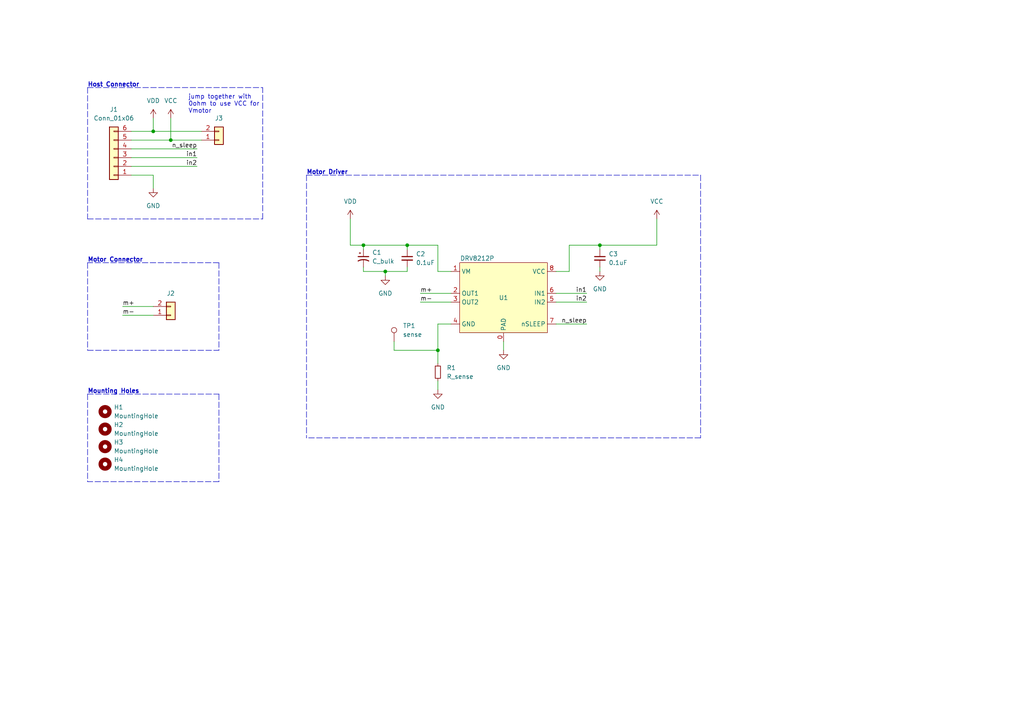
<source format=kicad_sch>
(kicad_sch (version 20211123) (generator eeschema)
  (paper "A4")
  (lib_symbols
    (symbol "Connector:TestPoint" (pin_numbers hide) (pin_names (offset 0.762) hide)
      (property "Reference" "TP" (at 0 6.858 0))
      (property "Value" "TestPoint" (at 0 5.08 0))
      (symbol "TestPoint_0_1"
        (circle (center 0 3.302) (radius 0.762))
      )
      (symbol "TestPoint_1_1"
        (pin passive line (at 0 0 90) (length 2.54) (name "1") (number "1"))
      )
    )
    (symbol "Connector_Generic:Conn_01x02" (pin_names (offset 1.016) hide)
      (property "Reference" "J" (at 0 2.54 0))
      (property "Value" "Conn_01x02" (at 0 -5.08 0))
      (symbol "Conn_01x02_1_1"
        (rectangle (start -1.27 -2.413) (end 0 -2.667) (stroke (width 0.1524)))
        (rectangle (start -1.27 0.127) (end 0 -0.127) (stroke (width 0.1524)))
        (rectangle (start -1.27 1.27) (end 1.27 -3.81) (stroke (width 0.254)) (fill (type background)))
        (pin passive line (at -5.08 0 0) (length 3.81) (name "Pin_1") (number "1"))
        (pin passive line (at -5.08 -2.54 0) (length 3.81) (name "Pin_2") (number "2"))
      )
    )
    (symbol "Connector_Generic:Conn_01x06" (pin_names (offset 1.016) hide)
      (property "Reference" "J" (at 0 7.62 0))
      (property "Value" "Conn_01x06" (at 0 -10.16 0))
      (symbol "Conn_01x06_1_1"
        (rectangle (start -1.27 -7.493) (end 0 -7.747) (stroke (width 0.1524)))
        (rectangle (start -1.27 -4.953) (end 0 -5.207) (stroke (width 0.1524)))
        (rectangle (start -1.27 -2.413) (end 0 -2.667) (stroke (width 0.1524)))
        (rectangle (start -1.27 0.127) (end 0 -0.127) (stroke (width 0.1524)))
        (rectangle (start -1.27 2.667) (end 0 2.413) (stroke (width 0.1524)))
        (rectangle (start -1.27 5.207) (end 0 4.953) (stroke (width 0.1524)))
        (rectangle (start -1.27 6.35) (end 1.27 -8.89) (stroke (width 0.254)) (fill (type background)))
        (pin passive line (at -5.08 5.08 0) (length 3.81) (name "Pin_1") (number "1"))
        (pin passive line (at -5.08 2.54 0) (length 3.81) (name "Pin_2") (number "2"))
        (pin passive line (at -5.08 0 0) (length 3.81) (name "Pin_3") (number "3"))
        (pin passive line (at -5.08 -2.54 0) (length 3.81) (name "Pin_4") (number "4"))
        (pin passive line (at -5.08 -5.08 0) (length 3.81) (name "Pin_5") (number "5"))
        (pin passive line (at -5.08 -7.62 0) (length 3.81) (name "Pin_6") (number "6"))
      )
    )
    (symbol "Device:C_Polarized_Small_US" (pin_numbers hide) (pin_names (offset 0.254) hide)
      (property "Reference" "C" (at 0.254 1.778 0))
      (property "Value" "C_Polarized_Small_US" (at 0.254 -2.032 0))
      (symbol "C_Polarized_Small_US_0_1"
        (polyline (pts (xy -1.524 0.508) (xy 1.524 0.508)) (stroke (width 0.3048)))
        (polyline (pts (xy -1.27 1.524) (xy -0.762 1.524)))
        (polyline (pts (xy -1.016 1.27) (xy -1.016 1.778)))
        (arc (start 1.524 -0.762) (mid 0 -0.3734) (end -1.524 -0.762) (stroke (width 0.3048)))
      )
      (symbol "C_Polarized_Small_US_1_1"
        (pin passive line (at 0 2.54 270) (length 2.032) (name "~") (number "1"))
        (pin passive line (at 0 -2.54 90) (length 2.032) (name "~") (number "2"))
      )
    )
    (symbol "Device:C_Small" (pin_numbers hide) (pin_names (offset 0.254) hide)
      (property "Reference" "C" (at 0.254 1.778 0))
      (property "Value" "C_Small" (at 0.254 -2.032 0))
      (symbol "C_Small_0_1"
        (polyline (pts (xy -1.524 -0.508) (xy 1.524 -0.508)) (stroke (width 0.3302)))
        (polyline (pts (xy -1.524 0.508) (xy 1.524 0.508)) (stroke (width 0.3048)))
      )
      (symbol "C_Small_1_1"
        (pin passive line (at 0 2.54 270) (length 2.032) (name "~") (number "1"))
        (pin passive line (at 0 -2.54 90) (length 2.032) (name "~") (number "2"))
      )
    )
    (symbol "Device:R_Small" (pin_numbers hide) (pin_names (offset 0.254) hide)
      (property "Reference" "R" (at 0.762 0.508 0))
      (property "Value" "R_Small" (at 0.762 -1.016 0))
      (symbol "R_Small_0_1"
        (rectangle (start -0.762 1.778) (end 0.762 -1.778) (stroke (width 0.2032)))
      )
      (symbol "R_Small_1_1"
        (pin passive line (at 0 2.54 270) (length 0.762) (name "~") (number "1"))
        (pin passive line (at 0 -2.54 90) (length 0.762) (name "~") (number "2"))
      )
    )
    (symbol "Mechanical:MountingHole" (pin_names (offset 1.016))
      (property "Reference" "H" (at 0 5.08 0))
      (property "Value" "MountingHole" (at 0 3.175 0))
      (symbol "MountingHole_0_1"
        (circle (center 0 0) (radius 1.27) (stroke (width 1.27)))
      )
    )
    (symbol "drv8212p_eval:DRV8212P"
      (property "Reference" "U" (at 12.7 -8.89 0))
      (property "Value" "DRV8212P" (at 12.7 -6.35 0))
      (symbol "DRV8212P_0_1"
        (rectangle (start 0 0) (end 25.4 -20.32) (fill (type background)))
      )
      (symbol "DRV8212P_1_1"
        (pin power_in line (at 12.7 -22.86 90) (length 2.54) (name "PAD") (number "0"))
        (pin power_in line (at -2.54 -2.54 0) (length 2.54) (name "VM") (number "1"))
        (pin power_out line (at -2.54 -8.89 0) (length 2.54) (name "OUT1") (number "2"))
        (pin power_out line (at -2.54 -11.43 0) (length 2.54) (name "OUT2") (number "3"))
        (pin power_in line (at -2.54 -17.78 0) (length 2.54) (name "GND") (number "4"))
        (pin input line (at 27.94 -11.43 180) (length 2.54) (name "IN2") (number "5"))
        (pin input line (at 27.94 -8.89 180) (length 2.54) (name "IN1") (number "6"))
        (pin input line (at 27.94 -17.78 180) (length 2.54) (name "nSLEEP") (number "7"))
        (pin power_in line (at 27.94 -2.54 180) (length 2.54) (name "VCC") (number "8"))
      )
    )
    (symbol "power:GND" (power) (pin_names (offset 0))
      (property "Value" "GND" (at 0 -3.81 0))
      (symbol "GND_0_1"
        (polyline (pts (xy 0 0) (xy 0 -1.27) (xy 1.27 -1.27) (xy 0 -2.54) (xy -1.27 -1.27) (xy 0 -1.27)))
      )
      (symbol "GND_1_1"
        (pin power_in line (at 0 0 270) (length 0) hide (name "GND") (number "1"))
      )
    )
    (symbol "power:VCC" (power) (pin_names (offset 0))
      (property "Value" "VCC" (at 0 3.81 0))
      (symbol "VCC_0_1"
        (polyline (pts (xy -0.762 1.27) (xy 0 2.54)))
        (polyline (pts (xy 0 0) (xy 0 2.54)))
        (polyline (pts (xy 0 2.54) (xy 0.762 1.27)))
      )
      (symbol "VCC_1_1"
        (pin power_in line (at 0 0 90) (length 0) hide (name "VCC") (number "1"))
      )
    )
    (symbol "power:VDD" (power) (pin_names (offset 0))
      (property "Value" "VDD" (at 0 3.81 0))
      (symbol "VDD_0_1"
        (polyline (pts (xy -0.762 1.27) (xy 0 2.54)))
        (polyline (pts (xy 0 0) (xy 0 2.54)))
        (polyline (pts (xy 0 2.54) (xy 0.762 1.27)))
      )
      (symbol "VDD_1_1"
        (pin power_in line (at 0 0 90) (length 0) hide (name "VDD") (number "1"))
      )
    )
  )
  (junction (at 49.53 40.64))
  (junction (at 111.76 78.74))
  (junction (at 118.11 71.12))
  (junction (at 127 101.6))
  (junction (at 44.45 38.1))
  (junction (at 105.41 71.12))
  (junction (at 173.99 71.12))
  (wire (pts (xy 161.29 93.98) (xy 170.18 93.98)))
  (wire (pts (xy 101.6 71.12) (xy 105.41 71.12)))
  (wire (pts (xy 105.41 71.12) (xy 118.11 71.12)))
  (wire (pts (xy 190.5 71.12) (xy 173.99 71.12)))
  (wire (pts (xy 190.5 63.5) (xy 190.5 71.12)))
  (wire (pts (xy 121.92 87.63) (xy 130.81 87.63)))
  (wire (pts (xy 44.45 38.1) (xy 58.42 38.1)))
  (polyline (pts (xy 25.4 76.2) (xy 25.4 101.6)))
  (wire (pts (xy 161.29 87.63) (xy 170.18 87.63)))
  (wire (pts (xy 114.3 99.06) (xy 114.3 101.6)))
  (wire (pts (xy 165.1 78.74) (xy 165.1 71.12)))
  (wire (pts (xy 127 110.49) (xy 127 113.03)))
  (wire (pts (xy 105.41 72.39) (xy 105.41 71.12)))
  (wire (pts (xy 38.1 48.26) (xy 57.15 48.26)))
  (wire (pts (xy 49.53 34.29) (xy 49.53 40.64)))
  (wire (pts (xy 44.45 38.1) (xy 44.45 34.29)))
  (wire (pts (xy 146.05 99.06) (xy 146.05 101.6)))
  (wire (pts (xy 165.1 71.12) (xy 173.99 71.12)))
  (polyline (pts (xy 25.4 114.3) (xy 63.5 114.3)))
  (wire (pts (xy 38.1 45.72) (xy 57.15 45.72)))
  (polyline (pts (xy 88.9 50.8) (xy 203.2 50.8)))
  (polyline (pts (xy 63.5 114.3) (xy 63.5 139.7)))
  (wire (pts (xy 35.56 88.9) (xy 44.45 88.9)))
  (polyline (pts (xy 88.9 50.8) (xy 88.9 127)))
  (wire (pts (xy 49.53 40.64) (xy 58.42 40.64)))
  (wire (pts (xy 161.29 85.09) (xy 170.18 85.09)))
  (polyline (pts (xy 203.2 127) (xy 88.9 127)))
  (wire (pts (xy 173.99 71.12) (xy 173.99 72.39)))
  (wire (pts (xy 121.92 85.09) (xy 130.81 85.09)))
  (wire (pts (xy 118.11 78.74) (xy 118.11 77.47)))
  (wire (pts (xy 130.81 78.74) (xy 127 78.74)))
  (wire (pts (xy 38.1 38.1) (xy 44.45 38.1)))
  (polyline (pts (xy 63.5 76.2) (xy 25.4 76.2)))
  (wire (pts (xy 161.29 78.74) (xy 165.1 78.74)))
  (wire (pts (xy 38.1 40.64) (xy 49.53 40.64)))
  (polyline (pts (xy 63.5 76.2) (xy 63.5 101.6)))
  (polyline (pts (xy 25.4 114.3) (xy 25.4 139.7)))
  (wire (pts (xy 105.41 78.74) (xy 111.76 78.74)))
  (wire (pts (xy 38.1 43.18) (xy 57.15 43.18)))
  (wire (pts (xy 127 78.74) (xy 127 71.12)))
  (polyline (pts (xy 25.4 63.5) (xy 76.2 63.5)))
  (wire (pts (xy 35.56 91.44) (xy 44.45 91.44)))
  (polyline (pts (xy 63.5 139.7) (xy 25.4 139.7)))
  (wire (pts (xy 101.6 63.5) (xy 101.6 71.12)))
  (wire (pts (xy 130.81 93.98) (xy 127 93.98)))
  (wire (pts (xy 173.99 77.47) (xy 173.99 78.74)))
  (wire (pts (xy 127 93.98) (xy 127 101.6)))
  (polyline (pts (xy 25.4 25.4) (xy 76.2 25.4)))
  (wire (pts (xy 114.3 101.6) (xy 127 101.6)))
  (wire (pts (xy 105.41 78.74) (xy 105.41 77.47)))
  (polyline (pts (xy 76.2 63.5) (xy 76.2 25.4)))
  (wire (pts (xy 44.45 50.8) (xy 44.45 54.61)))
  (polyline (pts (xy 25.4 101.6) (xy 63.5 101.6)))
  (wire (pts (xy 111.76 80.01) (xy 111.76 78.74)))
  (wire (pts (xy 118.11 72.39) (xy 118.11 71.12)))
  (polyline (pts (xy 25.4 25.4) (xy 25.4 63.5)))
  (wire (pts (xy 111.76 78.74) (xy 118.11 78.74)))
  (polyline (pts (xy 203.2 50.8) (xy 203.2 127)))
  (wire (pts (xy 118.11 71.12) (xy 127 71.12)))
  (wire (pts (xy 127 101.6) (xy 127 105.41)))
  (wire (pts (xy 38.1 50.8) (xy 44.45 50.8)))
  (text "Motor Driver" (at 88.9 50.8 0) (effects (font (size 1.27 1.27) (thickness 0.254) bold) (justify left bottom)))
  (text "Motor Connector" (at 25.4 76.2 0) (effects (font (size 1.27 1.27) (thickness 0.254) bold) (justify left bottom)))
  (text "Host Connector" (at 25.4 25.4 0) (effects (font (size 1.27 1.27) (thickness 0.254) bold) (justify left bottom)))
  (text "jump together with\n0ohm to use VCC for\nVmotor" (at 54.61 33.02 0) (effects (font (size 1.27 1.27)) (justify left bottom)))
  (text "Mounting Holes" (at 25.4 114.3 0) (effects (font (size 1.27 1.27) bold) (justify left bottom)))
  (label "n_sleep" (at 57.15 43.18 180))
  (label "in2" (at 57.15 48.26 180))
  (label "in1" (at 170.18 85.09 180))
  (label "m+" (at 121.92 85.09 0))
  (label "m-" (at 35.56 91.44 0))
  (label "m+" (at 35.56 88.9 0))
  (label "m-" (at 121.92 87.63 0))
  (label "in2" (at 170.18 87.63 180))
  (label "in1" (at 57.15 45.72 180))
  (label "n_sleep" (at 170.18 93.98 180))
  (symbol (lib_id "drv8212p_eval:DRV8212P") (at 133.35 76.2 0) (unit 1)
    (property "Reference" "U1" (at 146.05 86.36 0))
    (property "Value" "DRV8212P" (at 138.43 74.93 0))
    (property "Footprint" "drv8212p_eval:DRV8212P" (effects hide))
  )
  (symbol (lib_id "power:VDD") (at 44.45 34.29 0) (unit 1)
    (property "Reference" "#PWR01" (effects hide))
    (property "Value" "VDD" (at 44.45 29.21 0))
  )
  (symbol (lib_id "power:GND") (at 173.99 78.74 0) (unit 1)
    (property "Reference" "#PWR08" (effects hide))
    (property "Value" "GND" (at 173.99 83.82 0))
  )
  (symbol (lib_id "power:GND") (at 146.05 101.6 0) (unit 1)
    (property "Reference" "#PWR07" (effects hide))
    (property "Value" "GND" (at 146.05 106.68 0))
  )
  (symbol (lib_id "Mechanical:MountingHole") (at 30.48 134.62 0) (unit 1)
    (property "Reference" "H4" (at 33.02 133.3499 0) (effects (justify left)))
    (property "Value" "MountingHole" (at 33.02 135.8899 0) (effects (justify left)))
    (property "Footprint" "MountingHole:MountingHole_2.2mm_M2_Pad" (effects hide))
  )
  (symbol (lib_id "Device:C_Small") (at 173.99 74.93 0) (unit 1)
    (property "Reference" "C3" (at 176.53 73.6662 0) (effects (justify left)))
    (property "Value" "0.1uF" (at 176.53 76.2062 0) (effects (justify left)))
    (property "Footprint" "Capacitor_SMD:C_0805_2012Metric" (effects hide))
  )
  (symbol (lib_id "power:VDD") (at 101.6 63.5 0) (unit 1)
    (property "Reference" "#PWR04" (effects hide))
    (property "Value" "VDD" (at 101.6 58.42 0))
  )
  (symbol (lib_id "power:GND") (at 127 113.03 0) (unit 1)
    (property "Reference" "#PWR06" (effects hide))
    (property "Value" "GND" (at 127 118.11 0))
  )
  (symbol (lib_id "Mechanical:MountingHole") (at 30.48 119.38 0) (unit 1)
    (property "Reference" "H1" (at 33.02 118.1099 0) (effects (justify left)))
    (property "Value" "MountingHole" (at 33.02 120.6499 0) (effects (justify left)))
    (property "Footprint" "MountingHole:MountingHole_2.2mm_M2_Pad" (effects hide))
  )
  (symbol (lib_id "Connector_Generic:Conn_01x02") (at 49.53 91.44 0) (mirror x) (unit 1)
    (property "Reference" "J2" (at 49.53 85.09 0))
    (property "Value" "Conn_01x02" (effects hide))
    (property "Footprint" "Connector_PinHeader_2.54mm:PinHeader_1x02_P2.54mm_Vertical" (effects hide))
  )
  (symbol (lib_id "Device:R_Small") (at 127 107.95 0) (unit 1)
    (property "Reference" "R1" (at 129.54 106.6799 0) (effects (justify left)))
    (property "Value" "R_sense" (at 129.54 109.2199 0) (effects (justify left)))
    (property "Footprint" "Resistor_SMD:R_0805_2012Metric" (effects hide))
  )
  (symbol (lib_id "Device:C_Polarized_Small_US") (at 105.41 74.93 0) (unit 1)
    (property "Reference" "C1" (at 107.95 73.2281 0) (effects (justify left)))
    (property "Value" "C_bulk" (at 107.95 75.7681 0) (effects (justify left)))
    (property "Footprint" "Capacitor_SMD:C_0805_2012Metric" (effects hide))
  )
  (symbol (lib_id "Connector_Generic:Conn_01x06") (at 33.02 45.72 180) (unit 1)
    (property "Reference" "J1" (at 33.02 31.75 0))
    (property "Value" "Conn_01x06" (at 33.02 34.29 0))
    (property "Footprint" "Connector_PinHeader_2.54mm:PinHeader_1x06_P2.54mm_Vertical" (effects hide))
  )
  (symbol (lib_id "power:GND") (at 44.45 54.61 0) (unit 1)
    (property "Reference" "#PWR02" (effects hide))
    (property "Value" "GND" (at 44.45 59.69 0))
  )
  (symbol (lib_id "Connector_Generic:Conn_01x02") (at 63.5 40.64 0) (mirror x) (unit 1)
    (property "Reference" "J3" (at 63.5 34.29 0))
    (property "Value" "Conn_01x02" (effects hide))
    (property "Footprint" "Jumper:SolderJumper-2_P1.3mm_Bridged_RoundedPad1.0x1.5mm" (effects hide))
  )
  (symbol (lib_id "Connector:TestPoint") (at 114.3 99.06 0) (mirror y) (unit 1)
    (property "Reference" "TP1" (at 116.84 94.4879 0) (effects (justify right)))
    (property "Value" "sense" (at 116.84 97.0279 0) (effects (justify right)))
    (property "Footprint" "TestPoint:TestPoint_Bridge_Pitch2.54mm_Drill1.0mm" (effects hide))
  )
  (symbol (lib_id "power:GND") (at 111.76 80.01 0) (unit 1)
    (property "Reference" "#PWR05" (effects hide))
    (property "Value" "GND" (at 111.76 85.09 0))
  )
  (symbol (lib_id "Device:C_Small") (at 118.11 74.93 0) (unit 1)
    (property "Reference" "C2" (at 120.65 73.6662 0) (effects (justify left)))
    (property "Value" "0.1uF" (at 120.65 76.2062 0) (effects (justify left)))
    (property "Footprint" "Capacitor_SMD:C_0805_2012Metric" (effects hide))
  )
  (symbol (lib_id "Mechanical:MountingHole") (at 30.48 129.54 0) (unit 1)
    (property "Reference" "H3" (at 33.02 128.2699 0) (effects (justify left)))
    (property "Value" "MountingHole" (at 33.02 130.8099 0) (effects (justify left)))
    (property "Footprint" "MountingHole:MountingHole_2.2mm_M2_Pad" (effects hide))
  )
  (symbol (lib_id "power:VCC") (at 49.53 34.29 0) (unit 1)
    (property "Reference" "#PWR03" (effects hide))
    (property "Value" "VCC" (at 49.53 29.21 0))
  )
  (symbol (lib_id "power:VCC") (at 190.5 63.5 0) (unit 1)
    (property "Reference" "#PWR09" (effects hide))
    (property "Value" "VCC" (at 190.5 58.42 0))
  )
  (symbol (lib_id "Mechanical:MountingHole") (at 30.48 124.46 0) (unit 1)
    (property "Reference" "H2" (at 33.02 123.1899 0) (effects (justify left)))
    (property "Value" "MountingHole" (at 33.02 125.7299 0) (effects (justify left)))
    (property "Footprint" "MountingHole:MountingHole_2.2mm_M2_Pad" (effects hide))
  )
)
</source>
